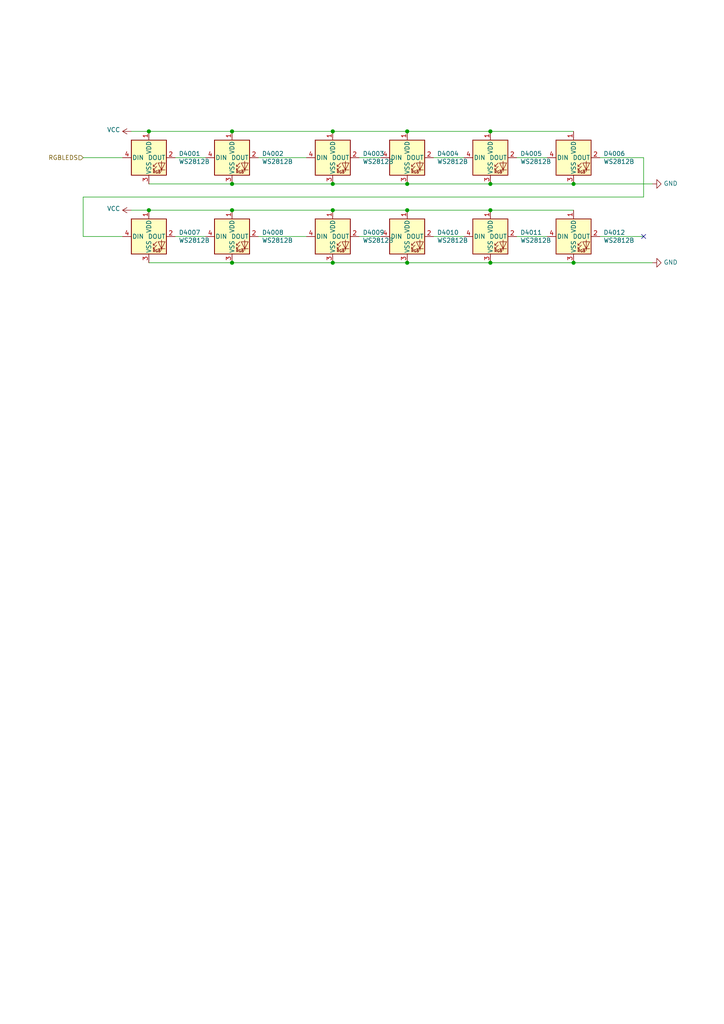
<source format=kicad_sch>
(kicad_sch (version 20211123) (generator eeschema)
  (paper "A4" portrait)
  (title_block (title "ValKey") (date "2019-08-16") (rev "0.2"))
  (lib_symbols
    (symbol "LED:WS2812B" (pin_names (offset 0.254))
      (property "Reference" "D" (at 5.08 5.715 0))
      (property "Value" "WS2812B" (at 1.27 -5.715 0))
      (symbol "WS2812B_0_0"
        (text "RGB" (at 2.286 -4.191 0) (effects (font (size 0.762 0.762))))
      )
      (symbol "WS2812B_0_1"
        (polyline (pts (xy 1.27 -3.556) (xy 1.778 -3.556)))
        (polyline (pts (xy 1.27 -2.54) (xy 1.778 -2.54)))
        (polyline (pts (xy 4.699 -3.556) (xy 2.667 -3.556)))
        (polyline (pts (xy 2.286 -2.54) (xy 1.27 -3.556) (xy 1.27 -3.048)))
        (polyline (pts (xy 2.286 -1.524) (xy 1.27 -2.54) (xy 1.27 -2.032)))
        (polyline (pts (xy 3.683 -1.016) (xy 3.683 -3.556) (xy 3.683 -4.064)))
        (polyline (pts (xy 4.699 -1.524) (xy 2.667 -1.524) (xy 3.683 -3.556) (xy 4.699 -1.524)))
        (rectangle (start 5.08 5.08) (end -5.08 -5.08) (stroke (width 0.254)) (fill (type background)))
      )
      (symbol "WS2812B_1_1"
        (pin power_in line (at 0 7.62 270) (length 2.54) (name "VDD") (number "1"))
        (pin output line (at 7.62 0 180) (length 2.54) (name "DOUT") (number "2"))
        (pin power_in line (at 0 -7.62 90) (length 2.54) (name "VSS") (number "3"))
        (pin input line (at -7.62 0 0) (length 2.54) (name "DIN") (number "4"))
      )
    )
    (symbol "power:GND" (power) (pin_names (offset 0))
      (property "Value" "GND" (at 0 -3.81 0))
      (symbol "GND_0_1"
        (polyline (pts (xy 0 0) (xy 0 -1.27) (xy 1.27 -1.27) (xy 0 -2.54) (xy -1.27 -1.27) (xy 0 -1.27)))
      )
      (symbol "GND_1_1"
        (pin power_in line (at 0 0 270) (length 0) hide (name "GND") (number "1"))
      )
    )
    (symbol "power:VCC" (power) (pin_names (offset 0))
      (property "Value" "VCC" (at 0 3.81 0))
      (symbol "VCC_0_1"
        (polyline (pts (xy -0.762 1.27) (xy 0 2.54)))
        (polyline (pts (xy 0 0) (xy 0 2.54)))
        (polyline (pts (xy 0 2.54) (xy 0.762 1.27)))
      )
      (symbol "VCC_1_1"
        (pin power_in line (at 0 0 90) (length 0) hide (name "VCC") (number "1"))
      )
    )
  )
  (junction (at 67.31 38.1) (diameter 1.016))
  (junction (at 142.24 60.96) (diameter 1.016))
  (junction (at 67.31 76.2) (diameter 1.016))
  (junction (at 96.52 38.1) (diameter 1.016))
  (junction (at 118.11 38.1) (diameter 1.016))
  (junction (at 96.52 60.96) (diameter 1.016))
  (junction (at 142.24 76.2) (diameter 1.016))
  (junction (at 166.37 53.34) (diameter 1.016))
  (junction (at 67.31 60.96) (diameter 1.016))
  (junction (at 43.18 38.1) (diameter 1.016))
  (junction (at 166.37 76.2) (diameter 1.016))
  (junction (at 118.11 60.96) (diameter 1.016))
  (junction (at 118.11 76.2) (diameter 1.016))
  (junction (at 142.24 38.1) (diameter 1.016))
  (junction (at 43.18 60.96) (diameter 1.016))
  (junction (at 96.52 76.2) (diameter 1.016))
  (junction (at 96.52 53.34) (diameter 1.016))
  (junction (at 142.24 53.34) (diameter 1.016))
  (junction (at 67.31 53.34) (diameter 1.016))
  (junction (at 118.11 53.34) (diameter 1.016))
  (no_connect (at 186.69 68.58))
  (wire (pts (xy 118.11 38.1) (xy 142.24 38.1)))
  (wire (pts (xy 67.31 53.34) (xy 96.52 53.34)))
  (wire (pts (xy 96.52 38.1) (xy 118.11 38.1)))
  (wire (pts (xy 38.1 38.1) (xy 43.18 38.1)))
  (wire (pts (xy 96.52 76.2) (xy 118.11 76.2)))
  (wire (pts (xy 118.11 76.2) (xy 142.24 76.2)))
  (wire (pts (xy 104.14 68.58) (xy 110.49 68.58)))
  (wire (pts (xy 24.13 45.72) (xy 35.56 45.72)))
  (wire (pts (xy 43.18 76.2) (xy 67.31 76.2)))
  (wire (pts (xy 67.31 76.2) (xy 96.52 76.2)))
  (wire (pts (xy 24.13 68.58) (xy 35.56 68.58)))
  (wire (pts (xy 149.86 68.58) (xy 158.75 68.58)))
  (wire (pts (xy 67.31 60.96) (xy 96.52 60.96)))
  (wire (pts (xy 173.99 45.72) (xy 186.69 45.72)))
  (wire (pts (xy 74.93 45.72) (xy 88.9 45.72)))
  (wire (pts (xy 38.1 60.96) (xy 43.18 60.96)))
  (wire (pts (xy 186.69 57.15) (xy 24.13 57.15)))
  (wire (pts (xy 43.18 53.34) (xy 67.31 53.34)))
  (wire (pts (xy 96.52 53.34) (xy 118.11 53.34)))
  (wire (pts (xy 173.99 68.58) (xy 186.69 68.58)))
  (wire (pts (xy 149.86 45.72) (xy 158.75 45.72)))
  (wire (pts (xy 142.24 53.34) (xy 166.37 53.34)))
  (wire (pts (xy 142.24 60.96) (xy 166.37 60.96)))
  (wire (pts (xy 125.73 68.58) (xy 134.62 68.58)))
  (wire (pts (xy 67.31 38.1) (xy 96.52 38.1)))
  (wire (pts (xy 50.8 45.72) (xy 59.69 45.72)))
  (wire (pts (xy 96.52 60.96) (xy 118.11 60.96)))
  (wire (pts (xy 118.11 60.96) (xy 142.24 60.96)))
  (wire (pts (xy 118.11 53.34) (xy 142.24 53.34)))
  (wire (pts (xy 43.18 60.96) (xy 67.31 60.96)))
  (wire (pts (xy 186.69 45.72) (xy 186.69 57.15)))
  (wire (pts (xy 50.8 68.58) (xy 59.69 68.58)))
  (wire (pts (xy 166.37 76.2) (xy 189.23 76.2)))
  (wire (pts (xy 104.14 45.72) (xy 110.49 45.72)))
  (wire (pts (xy 142.24 38.1) (xy 166.37 38.1)))
  (wire (pts (xy 24.13 57.15) (xy 24.13 68.58)))
  (wire (pts (xy 125.73 45.72) (xy 134.62 45.72)))
  (wire (pts (xy 43.18 38.1) (xy 67.31 38.1)))
  (wire (pts (xy 74.93 68.58) (xy 88.9 68.58)))
  (wire (pts (xy 166.37 53.34) (xy 189.23 53.34)))
  (wire (pts (xy 142.24 76.2) (xy 166.37 76.2)))
  (hierarchical_label "RGBLEDS" (shape input) (at 24.13 45.72 180))
  (symbol (lib_id "power:GND") (at 189.23 76.2 90) (unit 1)
    (property "Reference" "#PWR04004" (effects hide))
    (property "Value" "GND" (at 192.4812 76.073 90) (effects (justify right)))
  )
  (symbol (lib_id "LED:WS2812B") (at 142.24 68.58 0) (unit 1)
    (property "Reference" "D4011" (at 150.9014 67.4116 0) (effects (justify left)))
    (property "Value" "WS2812B" (at 150.9014 69.723 0) (effects (justify left)))
    (property "Footprint" "LED_SMD:LED_WS2812B_PLCC4_5.0x5.0mm_P3.2mm" (effects hide))
    (property "Datasheet" "https://datasheet.lcsc.com/szlcsc/Worldsemi-WS2812B_C114585.pdf" (effects hide))
    (property "PartNr" "C114585" (effects hide))
  )
  (symbol (lib_id "LED:WS2812B") (at 118.11 68.58 0) (unit 1)
    (property "Reference" "D4010" (at 126.7714 67.4116 0) (effects (justify left)))
    (property "Value" "WS2812B" (at 126.7714 69.723 0) (effects (justify left)))
    (property "Footprint" "LED_SMD:LED_WS2812B_PLCC4_5.0x5.0mm_P3.2mm" (effects hide))
    (property "Datasheet" "https://datasheet.lcsc.com/szlcsc/Worldsemi-WS2812B_C114585.pdf" (effects hide))
    (property "PartNr" "C114585" (effects hide))
  )
  (symbol (lib_id "LED:WS2812B") (at 166.37 68.58 0) (unit 1)
    (property "Reference" "D4012" (at 175.0314 67.4116 0) (effects (justify left)))
    (property "Value" "WS2812B" (at 175.0314 69.723 0) (effects (justify left)))
    (property "Footprint" "LED_SMD:LED_WS2812B_PLCC4_5.0x5.0mm_P3.2mm" (effects hide))
    (property "Datasheet" "https://datasheet.lcsc.com/szlcsc/Worldsemi-WS2812B_C114585.pdf" (effects hide))
    (property "PartNr" "C114585" (effects hide))
  )
  (symbol (lib_id "LED:WS2812B") (at 67.31 68.58 0) (unit 1)
    (property "Reference" "D4008" (at 75.9714 67.4116 0) (effects (justify left)))
    (property "Value" "WS2812B" (at 75.9714 69.723 0) (effects (justify left)))
    (property "Footprint" "LED_SMD:LED_WS2812B_PLCC4_5.0x5.0mm_P3.2mm" (effects hide))
    (property "Datasheet" "https://datasheet.lcsc.com/szlcsc/Worldsemi-WS2812B_C114585.pdf" (effects hide))
    (property "PartNr" "C114585" (effects hide))
  )
  (symbol (lib_id "LED:WS2812B") (at 43.18 68.58 0) (unit 1)
    (property "Reference" "D4007" (at 51.8414 67.4116 0) (effects (justify left)))
    (property "Value" "WS2812B" (at 51.8414 69.723 0) (effects (justify left)))
    (property "Footprint" "LED_SMD:LED_WS2812B_PLCC4_5.0x5.0mm_P3.2mm" (effects hide))
    (property "Datasheet" "https://datasheet.lcsc.com/szlcsc/Worldsemi-WS2812B_C114585.pdf" (effects hide))
    (property "PartNr" "C114585" (effects hide))
  )
  (symbol (lib_id "LED:WS2812B") (at 96.52 68.58 0) (unit 1)
    (property "Reference" "D4009" (at 105.1814 67.4116 0) (effects (justify left)))
    (property "Value" "WS2812B" (at 105.1814 69.723 0) (effects (justify left)))
    (property "Footprint" "LED_SMD:LED_WS2812B_PLCC4_5.0x5.0mm_P3.2mm" (effects hide))
    (property "Datasheet" "https://datasheet.lcsc.com/szlcsc/Worldsemi-WS2812B_C114585.pdf" (effects hide))
    (property "PartNr" "C114585" (effects hide))
  )
  (symbol (lib_id "power:VCC") (at 38.1 60.96 90) (unit 1)
    (property "Reference" "#PWR04003" (effects hide))
    (property "Value" "VCC" (at 34.8742 60.5028 90) (effects (justify left)))
  )
  (symbol (lib_id "LED:WS2812B") (at 43.18 45.72 0) (unit 1)
    (property "Reference" "D4001" (at 51.8414 44.5516 0) (effects (justify left)))
    (property "Value" "WS2812B" (at 51.8414 46.863 0) (effects (justify left)))
    (property "Footprint" "LED_SMD:LED_WS2812B_PLCC4_5.0x5.0mm_P3.2mm" (effects hide))
    (property "Datasheet" "https://datasheet.lcsc.com/szlcsc/Worldsemi-WS2812B_C114585.pdf" (effects hide))
    (property "PartNr" "C114585" (effects hide))
  )
  (symbol (lib_id "LED:WS2812B") (at 166.37 45.72 0) (unit 1)
    (property "Reference" "D4006" (at 175.0314 44.5516 0) (effects (justify left)))
    (property "Value" "WS2812B" (at 175.0314 46.863 0) (effects (justify left)))
    (property "Footprint" "LED_SMD:LED_WS2812B_PLCC4_5.0x5.0mm_P3.2mm" (effects hide))
    (property "Datasheet" "https://datasheet.lcsc.com/szlcsc/Worldsemi-WS2812B_C114585.pdf" (effects hide))
    (property "PartNr" "C114585" (effects hide))
  )
  (symbol (lib_id "LED:WS2812B") (at 96.52 45.72 0) (unit 1)
    (property "Reference" "D4003" (at 105.1814 44.5516 0) (effects (justify left)))
    (property "Value" "WS2812B" (at 105.1814 46.863 0) (effects (justify left)))
    (property "Footprint" "LED_SMD:LED_WS2812B_PLCC4_5.0x5.0mm_P3.2mm" (effects hide))
    (property "Datasheet" "https://datasheet.lcsc.com/szlcsc/Worldsemi-WS2812B_C114585.pdf" (effects hide))
    (property "PartNr" "C114585" (effects hide))
  )
  (symbol (lib_id "power:VCC") (at 38.1 38.1 90) (unit 1)
    (property "Reference" "#PWR04001" (effects hide))
    (property "Value" "VCC" (at 34.8742 37.6428 90) (effects (justify left)))
  )
  (symbol (lib_id "power:GND") (at 189.23 53.34 90) (unit 1)
    (property "Reference" "#PWR04002" (effects hide))
    (property "Value" "GND" (at 192.4812 53.213 90) (effects (justify right)))
  )
  (symbol (lib_id "LED:WS2812B") (at 142.24 45.72 0) (unit 1)
    (property "Reference" "D4005" (at 150.9014 44.5516 0) (effects (justify left)))
    (property "Value" "WS2812B" (at 150.9014 46.863 0) (effects (justify left)))
    (property "Footprint" "LED_SMD:LED_WS2812B_PLCC4_5.0x5.0mm_P3.2mm" (effects hide))
    (property "Datasheet" "https://datasheet.lcsc.com/szlcsc/Worldsemi-WS2812B_C114585.pdf" (effects hide))
    (property "PartNr" "C114585" (effects hide))
  )
  (symbol (lib_id "LED:WS2812B") (at 118.11 45.72 0) (unit 1)
    (property "Reference" "D4004" (at 126.7714 44.5516 0) (effects (justify left)))
    (property "Value" "WS2812B" (at 126.7714 46.863 0) (effects (justify left)))
    (property "Footprint" "LED_SMD:LED_WS2812B_PLCC4_5.0x5.0mm_P3.2mm" (effects hide))
    (property "Datasheet" "https://datasheet.lcsc.com/szlcsc/Worldsemi-WS2812B_C114585.pdf" (effects hide))
    (property "PartNr" "C114585" (effects hide))
  )
  (symbol (lib_id "LED:WS2812B") (at 67.31 45.72 0) (unit 1)
    (property "Reference" "D4002" (at 75.9714 44.5516 0) (effects (justify left)))
    (property "Value" "WS2812B" (at 75.9714 46.863 0) (effects (justify left)))
    (property "Footprint" "LED_SMD:LED_WS2812B_PLCC4_5.0x5.0mm_P3.2mm" (effects hide))
    (property "Datasheet" "https://datasheet.lcsc.com/szlcsc/Worldsemi-WS2812B_C114585.pdf" (effects hide))
    (property "PartNr" "C114585" (effects hide))
  )
)
</source>
